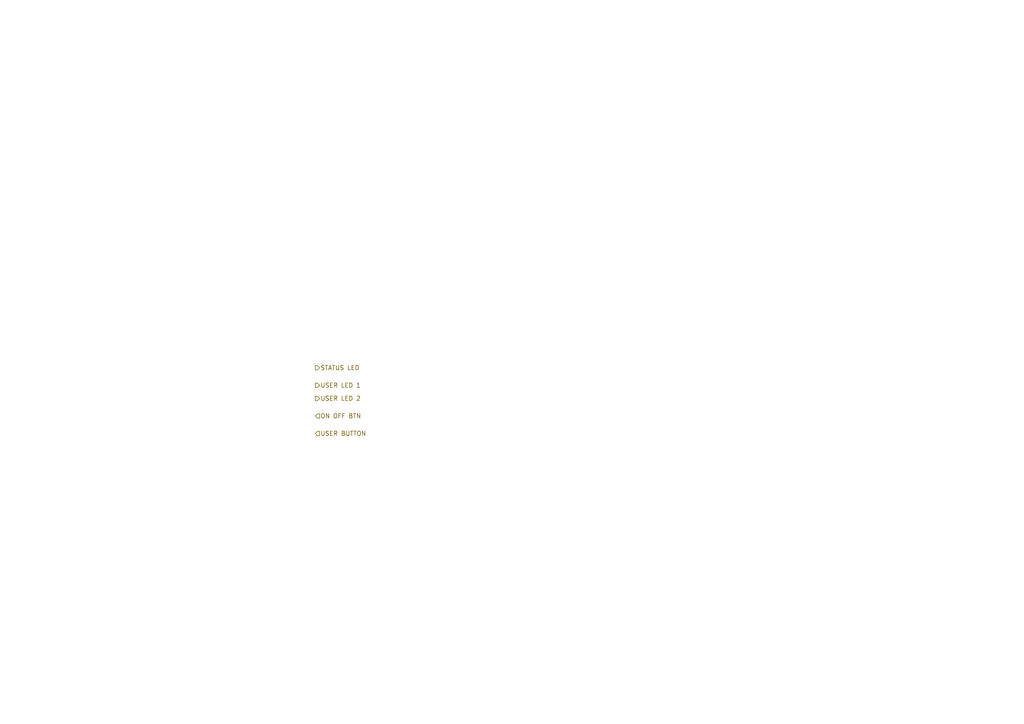
<source format=kicad_sch>
(kicad_sch
	(version 20231120)
	(generator "eeschema")
	(generator_version "8.0")
	(uuid "1e54967b-cdc9-43f2-8824-edc891d2c4a5")
	(paper "A4")
	(lib_symbols)
	(hierarchical_label "USER BUTTON"
		(shape input)
		(at 91.44 125.73 0)
		(fields_autoplaced yes)
		(effects
			(font
				(size 1.27 1.27)
			)
			(justify left)
		)
		(uuid "097ba4c6-5d2f-4c74-827b-e75eb8ebc1d8")
	)
	(hierarchical_label "USER LED 1"
		(shape output)
		(at 91.44 111.76 0)
		(fields_autoplaced yes)
		(effects
			(font
				(size 1.27 1.27)
			)
			(justify left)
		)
		(uuid "0fa27a68-d6de-49ee-99c3-9184e80c7d61")
	)
	(hierarchical_label "USER LED 2"
		(shape output)
		(at 91.44 115.57 0)
		(fields_autoplaced yes)
		(effects
			(font
				(size 1.27 1.27)
			)
			(justify left)
		)
		(uuid "2db5cd18-8d82-46d8-9bed-b4835d3aad71")
	)
	(hierarchical_label "ON OFF BTN"
		(shape input)
		(at 91.44 120.65 0)
		(fields_autoplaced yes)
		(effects
			(font
				(size 1.27 1.27)
			)
			(justify left)
		)
		(uuid "51de65c2-ae95-4131-b53d-9a9f61c74a16")
	)
	(hierarchical_label "STATUS LED"
		(shape output)
		(at 91.44 106.68 0)
		(fields_autoplaced yes)
		(effects
			(font
				(size 1.27 1.27)
			)
			(justify left)
		)
		(uuid "9e8f9175-4859-4e4c-a2bc-25523d5d5c3f")
	)
)

</source>
